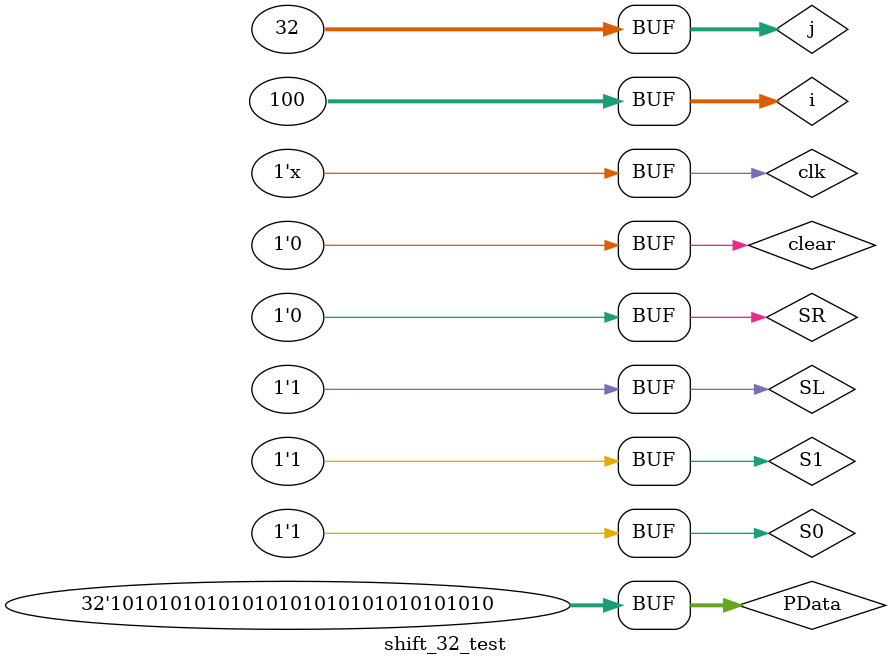
<source format=v>
`timescale 1ns / 1ps


module shift_32_test;

	// Inputs
	reg clk;
	reg clear;
	reg S1;
	reg S0;
	reg SL;
	reg SR;
	reg [31:0] PData;

	// Outputs
	wire [31:0] Q;

	// Instantiate the Unit Under Test (UUT)
	shift_32 uut (
		.clk(clk), 
		.clear(clear), 
		.S1(S1), 
		.S0(S0), 
		.SL(SL), 
		.SR(SR), 
		.PData(PData), 
		.Q(Q)
	);

	integer i;
	integer j;
	initial begin
		// Initialize Inputs
		clk = 0;
		clear = 0;
		S1 = 1;
		S0 = 1;
		SL = 0;
		SR = 0;
		PData=32'h80000000;

		// Wait 100 ns for global reset to finish
		#30;
		SR=1;
		S0=1;
		S1=0;
		for (j=0;j<32;j=j+1)begin
			#10;
		end
		// Add stimulus here
		SR=0;
		S0=1;
		S1=1;
		PData=32'haaaaaaaa;
		#40;
		SL=1;
		for (j=0;j<32;j=j+1)begin
			#10;
		end
	end
   always @*
		for(i=0;i<100;i=i+1)begin
		#10;
			clk<=~clk;
		end   
endmodule

</source>
